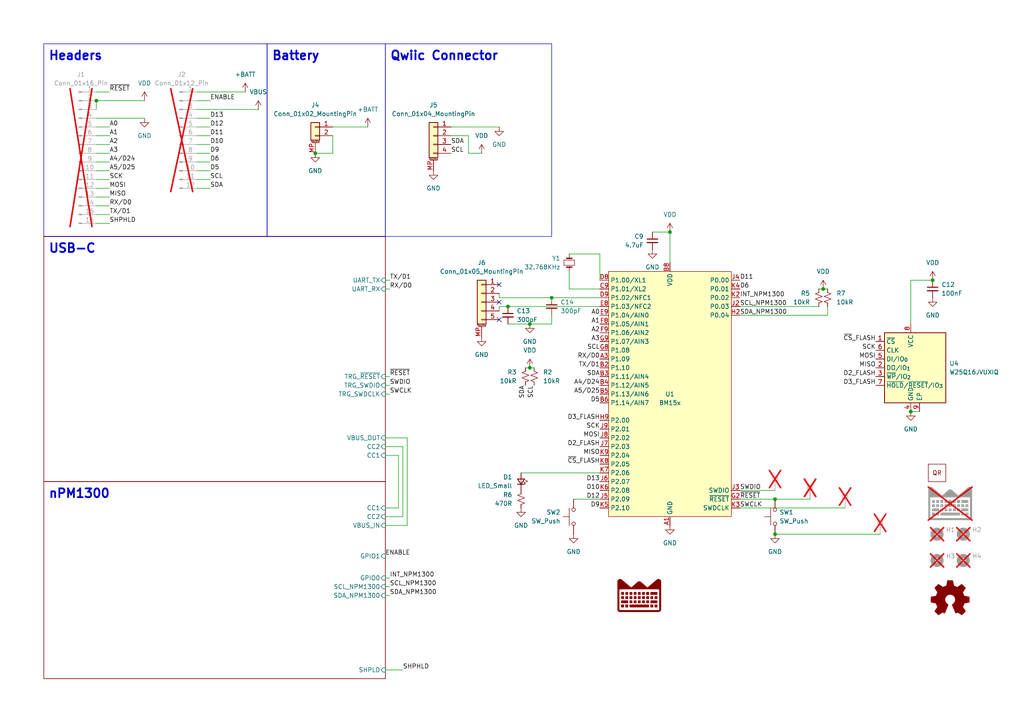
<source format=kicad_sch>
(kicad_sch (version 20250114) (generator "eeschema") (generator_version "9.0")
  (paper "A4")
  (title_block (title "RoyalBlue - nRF54L15") (date "2025-01-25") (rev "0.0.1") (company "Lord's Boards"))
  (lib_symbols
    (symbol "Connector:Conn_01x12_Pin" (pin_names (offset 1.016) (hide yes))
      (property "Reference" "J" (at 0 15.24 0))
      (property "Value" "Conn_01x12_Pin" (at 0 -17.78 0))
      (symbol "Conn_01x12_Pin_1_1"
        (pin passive line (at 5.08 12.7 180) (length 3.81) (name "Pin_1") (number "1"))
        (pin passive line (at 5.08 10.16 180) (length 3.81) (name "Pin_2") (number "2"))
        (pin passive line (at 5.08 7.62 180) (length 3.81) (name "Pin_3") (number "3"))
        (pin passive line (at 5.08 5.08 180) (length 3.81) (name "Pin_4") (number "4"))
        (pin passive line (at 5.08 2.54 180) (length 3.81) (name "Pin_5") (number "5"))
        (pin passive line (at 5.08 0 180) (length 3.81) (name "Pin_6") (number "6"))
        (pin passive line (at 5.08 -2.54 180) (length 3.81) (name "Pin_7") (number "7"))
        (pin passive line (at 5.08 -5.08 180) (length 3.81) (name "Pin_8") (number "8"))
        (pin passive line (at 5.08 -7.62 180) (length 3.81) (name "Pin_9") (number "9"))
        (pin passive line (at 5.08 -10.16 180) (length 3.81) (name "Pin_10") (number "10"))
        (pin passive line (at 5.08 -12.7 180) (length 3.81) (name "Pin_11") (number "11"))
        (pin passive line (at 5.08 -15.24 180) (length 3.81) (name "Pin_12") (number "12"))
      )
    )
    (symbol "Connector:Conn_01x16_Pin" (pin_names (offset 1.016) (hide yes))
      (property "Reference" "J" (at 0 20.32 0))
      (property "Value" "Conn_01x16_Pin" (at 0 -22.86 0))
      (symbol "Conn_01x16_Pin_1_1"
        (pin passive line (at 5.08 17.78 180) (length 3.81) (name "Pin_1") (number "1"))
        (pin passive line (at 5.08 15.24 180) (length 3.81) (name "Pin_2") (number "2"))
        (pin passive line (at 5.08 12.7 180) (length 3.81) (name "Pin_3") (number "3"))
        (pin passive line (at 5.08 10.16 180) (length 3.81) (name "Pin_4") (number "4"))
        (pin passive line (at 5.08 7.62 180) (length 3.81) (name "Pin_5") (number "5"))
        (pin passive line (at 5.08 5.08 180) (length 3.81) (name "Pin_6") (number "6"))
        (pin passive line (at 5.08 2.54 180) (length 3.81) (name "Pin_7") (number "7"))
        (pin passive line (at 5.08 0 180) (length 3.81) (name "Pin_8") (number "8"))
        (pin passive line (at 5.08 -2.54 180) (length 3.81) (name "Pin_9") (number "9"))
        (pin passive line (at 5.08 -5.08 180) (length 3.81) (name "Pin_10") (number "10"))
        (pin passive line (at 5.08 -7.62 180) (length 3.81) (name "Pin_11") (number "11"))
        (pin passive line (at 5.08 -10.16 180) (length 3.81) (name "Pin_12") (number "12"))
        (pin passive line (at 5.08 -12.7 180) (length 3.81) (name "Pin_13") (number "13"))
        (pin passive line (at 5.08 -15.24 180) (length 3.81) (name "Pin_14") (number "14"))
        (pin passive line (at 5.08 -17.78 180) (length 3.81) (name "Pin_15") (number "15"))
        (pin passive line (at 5.08 -20.32 180) (length 3.81) (name "Pin_16") (number "16"))
      )
    )
    (symbol "Connector:TestPoint" (pin_numbers (hide yes)) (pin_names (offset 0.762) (hide yes))
      (property "Reference" "TP" (at 0 6.858 0))
      (property "Value" "TestPoint" (at 0 5.08 0))
      (symbol "TestPoint_1_1"
        (pin passive line (at 0 0 90) (length 2.54) (name "1") (number "1"))
      )
    )
    (symbol "Connector_Generic_MountingPin:Conn_01x02_MountingPin" (pin_names (offset 1.016) (hide yes))
      (property "Reference" "J" (at 0 2.54 0))
      (property "Value" "Conn_01x02_MountingPin" (at 1.27 -5.08 0))
      (symbol "Conn_01x02_MountingPin_1_1"
        (text "Mounting" (at 0 -4.191 0) (effects (font (size 0.381 0.381))))
        (pin passive line (at -5.08 0 0) (length 3.81) (name "Pin_1") (number "1"))
        (pin passive line (at -5.08 -2.54 0) (length 3.81) (name "Pin_2") (number "2"))
        (pin passive line (at 0 -7.62 90) (length 3.048) (name "MountPin") (number "MP"))
      )
    )
    (symbol "Connector_Generic_MountingPin:Conn_01x04_MountingPin" (pin_names (offset 1.016) (hide yes))
      (property "Reference" "J" (at 0 5.08 0))
      (property "Value" "Conn_01x04_MountingPin" (at 1.27 -7.62 0))
      (symbol "Conn_01x04_MountingPin_1_1"
        (text "Mounting" (at 0 -6.731 0) (effects (font (size 0.381 0.381))))
        (pin passive line (at -5.08 2.54 0) (length 3.81) (name "Pin_1") (number "1"))
        (pin passive line (at -5.08 0 0) (length 3.81) (name "Pin_2") (number "2"))
        (pin passive line (at -5.08 -2.54 0) (length 3.81) (name "Pin_3") (number "3"))
        (pin passive line (at -5.08 -5.08 0) (length 3.81) (name "Pin_4") (number "4"))
        (pin passive line (at 0 -10.16 90) (length 3.048) (name "MountPin") (number "MP"))
      )
    )
    (symbol "Connector_Generic_MountingPin:Conn_01x05_MountingPin" (pin_names (offset 1.016) (hide yes))
      (property "Reference" "J" (at 0 7.62 0))
      (property "Value" "Conn_01x05_MountingPin" (at 1.27 -7.62 0))
      (symbol "Conn_01x05_MountingPin_1_1"
        (text "Mounting" (at 0 -6.731 0) (effects (font (size 0.381 0.381))))
        (pin passive line (at -5.08 5.08 0) (length 3.81) (name "Pin_1") (number "1"))
        (pin passive line (at -5.08 2.54 0) (length 3.81) (name "Pin_2") (number "2"))
        (pin passive line (at -5.08 0 0) (length 3.81) (name "Pin_3") (number "3"))
        (pin passive line (at -5.08 -2.54 0) (length 3.81) (name "Pin_4") (number "4"))
        (pin passive line (at -5.08 -5.08 0) (length 3.81) (name "Pin_5") (number "5"))
        (pin passive line (at 0 -10.16 90) (length 3.048) (name "MountPin") (number "MP"))
      )
    )
    (symbol "Device:C_Small" (pin_numbers (hide yes)) (pin_names (offset 0.254) (hide yes))
      (property "Reference" "C" (at 0.254 1.778 0))
      (property "Value" "C_Small" (at 0.254 -2.032 0))
      (symbol "C_Small_1_1"
        (pin passive line (at 0 2.54 270) (length 2.032) (name "~") (number "1"))
        (pin passive line (at 0 -2.54 90) (length 2.032) (name "~") (number "2"))
      )
    )
    (symbol "Device:Crystal_Small" (pin_numbers (hide yes)) (pin_names (offset 1.016) (hide yes))
      (property "Reference" "Y" (at 0 2.54 0))
      (property "Value" "Crystal_Small" (at 0 -2.54 0))
      (symbol "Crystal_Small_1_1"
        (pin passive line (at -2.54 0 0) (length 1.27) (name "1") (number "1"))
        (pin passive line (at 2.54 0 180) (length 1.27) (name "2") (number "2"))
      )
    )
    (symbol "Device:LED_Small" (pin_numbers (hide yes)) (pin_names (offset 0.254) (hide yes))
      (property "Reference" "D" (at -1.27 3.175 0))
      (property "Value" "LED_Small" (at -4.445 -2.54 0))
      (symbol "LED_Small_1_1"
        (pin passive line (at -2.54 0 0) (length 1.778) (name "K") (number "1"))
        (pin passive line (at 2.54 0 180) (length 1.778) (name "A") (number "2"))
      )
    )
    (symbol "Device:R_Small_US" (pin_numbers (hide yes)) (pin_names (offset 0.254) (hide yes))
      (property "Reference" "R" (at 0.762 0.508 0))
      (property "Value" "R_Small_US" (at 0.762 -1.016 0))
      (symbol "R_Small_US_1_1"
        (pin passive line (at 0 2.54 270) (length 1.016) (name "~") (number "1"))
        (pin passive line (at 0 -2.54 90) (length 1.016) (name "~") (number "2"))
      )
    )
    (symbol "Graphic:Logo_Open_Hardware_Small" (in_bom no) (on_board no))
    (symbol "LordsBoards-Graphic:LordsBoardsLogo" (in_bom no) (on_board no))
    (symbol "LordsBoards-Graphic:QRCode" (exclude_from_sim yes) (in_bom no)
      (symbol "QRCode_1_1"
        (text "QR" (at 0 0 0) (effects (font (size 1.27 1.27))))
      )
    )
    (symbol "Mechanical:MountingHole" (pin_names (offset 1.016))
      (property "Reference" "H" (at 0 5.08 0))
      (property "Value" "MountingHole" (at 0 3.175 0))
    )
    (symbol "Memory_Flash:W25Q32JVZP"
      (property "Reference" "U" (at -6.35 11.43 0))
      (property "Value" "W25Q32JVZP" (at 7.62 11.43 0))
      (symbol "W25Q32JVZP_1_1"
        (pin input line (at -10.16 7.62 0) (length 2.54) (name "~{CS}") (number "1"))
        (pin input line (at -10.16 5.08 0) (length 2.54) (name "CLK") (number "6"))
        (pin bidirectional line (at -10.16 2.54 0) (length 2.54) (name "DI/IO_{0}") (number "5"))
        (pin bidirectional line (at -10.16 0 0) (length 2.54) (name "DO/IO_{1}") (number "2"))
        (pin bidirectional line (at -10.16 -2.54 0) (length 2.54) (name "~{WP}/IO_{2}") (number "3"))
        (pin bidirectional line (at -10.16 -5.08 0) (length 2.54) (name "~{HOLD}/~{RESET}/IO_{3}") (number "7"))
        (pin power_in line (at 0 12.7 270) (length 2.54) (name "VCC") (number "8"))
        (pin power_in line (at 0 -12.7 90) (length 2.54) (name "GND") (number "4"))
        (pin passive line (at 2.54 -12.7 90) (length 2.54) (name "EP") (number "9"))
      )
    )
    (symbol "Switch:SW_Push" (pin_numbers (hide yes)) (pin_names (offset 1.016) (hide yes))
      (property "Reference" "SW" (at 1.27 2.54 0))
      (property "Value" "SW_Push" (at 0 -1.524 0))
      (symbol "SW_Push_0_1"
        (pin passive line (at -5.08 0 0) (length 2.54) (name "1") (number "1"))
        (pin passive line (at 5.08 0 180) (length 2.54) (name "2") (number "2"))
      )
    )
    (symbol "nordic-lib-kicad-nrf54-modules:BM15x"
      (property "Reference" "U" (at 0 0 0))
      (property "Value" "BM15x" (at 0 -2.54 0))
      (symbol "BM15x_0_0"
        (pin bidirectional line (at -20.32 33.02 0) (length 2.54) (name "P1.00/XL1") (number "D8"))
        (pin bidirectional line (at -20.32 30.48 0) (length 2.54) (name "P1.01/XL2") (number "C9"))
        (pin bidirectional line (at -20.32 27.94 0) (length 2.54) (name "P1.02/NFC1") (number "D9"))
        (pin bidirectional line (at -20.32 25.4 0) (length 2.54) (name "P1.03/NFC2") (number "E8"))
        (pin bidirectional line (at -20.32 22.86 0) (length 2.54) (name "P1.04/AIN0") (number "E9"))
        (pin bidirectional line (at -20.32 20.32 0) (length 2.54) (name "P1.05/AIN1") (number "F8"))
        (pin bidirectional line (at -20.32 17.78 0) (length 2.54) (name "P1.06/AIN2") (number "F9"))
        (pin bidirectional line (at -20.32 15.24 0) (length 2.54) (name "P1.07/AIN3") (number "G9"))
        (pin bidirectional line (at -20.32 12.7 0) (length 2.54) (name "P1.08") (number "G8"))
        (pin bidirectional line (at -20.32 10.16 0) (length 2.54) (name "P1.09") (number "A3"))
        (pin bidirectional line (at -20.32 7.62 0) (length 2.54) (name "P1.10") (number "B2"))
        (pin bidirectional line (at -20.32 5.08 0) (length 2.54) (name "P1.11/AIN4") (number "B3"))
        (pin bidirectional line (at -20.32 2.54 0) (length 2.54) (name "P1.12/AIN5") (number "B4"))
        (pin bidirectional line (at -20.32 0 0) (length 2.54) (name "P1.13/AIN6") (number "B5"))
        (pin bidirectional line (at -20.32 -2.54 0) (length 2.54) (name "P1.14/AIN7") (number "B6"))
        (pin bidirectional line (at -20.32 -7.62 0) (length 2.54) (name "P2.00") (number "H9"))
        (pin bidirectional line (at -20.32 -10.16 0) (length 2.54) (name "P2.01") (number "J9"))
        (pin bidirectional line (at -20.32 -12.7 0) (length 2.54) (name "P2.02") (number "J8"))
        (pin bidirectional line (at -20.32 -15.24 0) (length 2.54) (name "P2.03") (number "J7"))
        (pin bidirectional line (at -20.32 -17.78 0) (length 2.54) (name "P2.04") (number "K9"))
        (pin bidirectional line (at -20.32 -20.32 0) (length 2.54) (name "P2.05") (number "K8"))
        (pin bidirectional line (at -20.32 -22.86 0) (length 2.54) (name "P2.06") (number "K7"))
        (pin bidirectional line (at -20.32 -25.4 0) (length 2.54) (name "P2.07") (number "J6"))
        (pin bidirectional line (at -20.32 -27.94 0) (length 2.54) (name "P2.08") (number "K6"))
        (pin bidirectional line (at -20.32 -30.48 0) (length 2.54) (name "P2.09") (number "J5"))
        (pin bidirectional line (at -20.32 -33.02 0) (length 2.54) (name "P2.10") (number "K5"))
        (pin passive line (at 0 38.1 270) (length 2.54) (hide yes) (name "VDD") (number "C8"))
        (pin passive line (at 0 -38.1 90) (length 2.54) (hide yes) (name "GND") (number "A9"))
        (pin passive line (at 0 -38.1 90) (length 2.54) (hide yes) (name "GND") (number "B1"))
        (pin passive line (at 0 -38.1 90) (length 2.54) (hide yes) (name "GND") (number "B7"))
        (pin passive line (at 0 -38.1 90) (length 2.54) (hide yes) (name "GND") (number "B9"))
        (pin passive line (at 0 -38.1 90) (length 2.54) (hide yes) (name "GND") (number "D1"))
        (pin passive line (at 0 -38.1 90) (length 2.54) (hide yes) (name "GND") (number "E1"))
        (pin passive line (at 0 -38.1 90) (length 2.54) (hide yes) (name "GND") (number "F1"))
        (pin passive line (at 0 -38.1 90) (length 2.54) (hide yes) (name "GND") (number "H8"))
        (pin bidirectional line (at 20.32 33.02 180) (length 2.54) (name "P0.00") (number "J4"))
        (pin bidirectional line (at 20.32 30.48 180) (length 2.54) (name "P0.01") (number "K4"))
        (pin bidirectional line (at 20.32 27.94 180) (length 2.54) (name "P0.02") (number "K2"))
        (pin bidirectional line (at 20.32 25.4 180) (length 2.54) (name "P0.03") (number "J2"))
        (pin bidirectional line (at 20.32 22.86 180) (length 2.54) (name "P0.04") (number "H2"))
        (pin bidirectional line (at 20.32 -27.94 180) (length 2.54) (name "SWDIO") (number "J3"))
        (pin input line (at 20.32 -30.48 180) (length 2.54) (name "~{RESET}") (number "G2"))
        (pin input line (at 20.32 -33.02 180) (length 2.54) (name "SWDCLK") (number "K3"))
      )
      (symbol "BM15x_1_0"
        (pin power_in line (at 0 38.1 270) (length 2.54) (name "VDD") (number "B8"))
        (pin power_in line (at 0 -38.1 90) (length 2.54) (name "GND") (number "A1"))
      )
    )
    (symbol "power:+BATT" (power) (pin_numbers (hide yes)) (pin_names (offset 0) (hide yes))
      (property "Value" "+BATT" (at 0 3.556 0))
      (symbol "+BATT_1_1"
        (pin power_in line (at 0 0 90) (length 0) (name "~") (number "1"))
      )
    )
    (symbol "power:GND" (power) (pin_numbers (hide yes)) (pin_names (offset 0) (hide yes))
      (property "Value" "GND" (at 0 -3.81 0))
      (symbol "GND_1_1"
        (pin power_in line (at 0 0 270) (length 0) (name "~") (number "1"))
      )
    )
    (symbol "power:VBUS" (power) (pin_numbers (hide yes)) (pin_names (offset 0) (hide yes))
      (property "Value" "VBUS" (at 0 3.556 0))
      (symbol "VBUS_1_1"
        (pin power_in line (at 0 0 90) (length 0) (name "~") (number "1"))
      )
    )
    (symbol "power:VDD" (power) (pin_numbers (hide yes)) (pin_names (offset 0) (hide yes))
      (property "Value" "VDD" (at 0 3.556 0))
      (symbol "VDD_1_1"
        (pin power_in line (at 0 0 90) (length 0) (name "~") (number "1"))
      )
    )
  )
  (rectangle (start 111.76 12.7) (end 160.02 68.58))
  (rectangle (start 12.7 12.7) (end 77.47 68.58))
  (rectangle (start 77.47 12.7) (end 111.76 68.58))
  (text "Headers" (at 13.97 17.78 0) (effects (font (size 2.54 2.54) (thickness 0.508) (bold yes)) (justify left bottom)))
  (text "Qwiic Connector" (at 113.03 17.78 0) (effects (font (size 2.54 2.54) (thickness 0.508) (bold yes)) (justify left bottom)))
  (text "USB-C" (at 13.97 73.66 0) (effects (font (size 2.54 2.54) (thickness 0.508) (bold yes)) (justify left bottom)))
  (text "Battery" (at 78.74 17.78 0) (effects (font (size 2.54 2.54) (thickness 0.508) (bold yes)) (justify left bottom)))
  (text "nPM1300" (at 13.97 144.78 0) (effects (font (size 2.54 2.54) (thickness 0.508) (bold yes)) (justify left bottom)))
  (junction (at 160.02 86.36))
  (junction (at 238.76 83.82))
  (junction (at 153.67 106.68))
  (junction (at 270.51 81.28))
  (junction (at 147.32 88.9))
  (junction (at 153.67 93.98))
  (junction (at 264.16 119.38))
  (junction (at 194.31 67.31))
  (junction (at 27.94 29.21))
  (junction (at 224.79 154.94))
  (junction (at 224.79 144.78))
  (junction (at 91.44 44.45))
  (no_connect (at 144.78 82.55))
  (no_connect (at 144.78 92.71))
  (no_connect (at 144.78 87.63))
  (wire (pts (xy 224.79 154.94) (xy 255.27 154.94)))
  (wire (pts (xy 270.51 81.28) (xy 264.16 81.28)))
  (wire (pts (xy 237.49 83.82) (xy 238.76 83.82)))
  (wire (pts (xy 224.79 144.78) (xy 234.95 144.78)))
  (wire (pts (xy 60.96 54.61) (xy 57.15 54.61)))
  (wire (pts (xy 113.03 111.76) (xy 111.76 111.76)))
  (wire (pts (xy 31.75 49.53) (xy 27.94 49.53)))
  (wire (pts (xy 27.94 29.21) (xy 41.91 29.21)))
  (wire (pts (xy 60.96 34.29) (xy 57.15 34.29)))
  (wire (pts (xy 57.15 31.75) (xy 74.93 31.75)))
  (wire (pts (xy 31.75 59.69) (xy 27.94 59.69)))
  (wire (pts (xy 31.75 41.91) (xy 27.94 41.91)))
  (wire (pts (xy 214.63 147.32) (xy 245.11 147.32)))
  (wire (pts (xy 60.96 52.07) (xy 57.15 52.07)))
  (wire (pts (xy 160.02 86.36) (xy 173.99 86.36)))
  (wire (pts (xy 173.99 73.66) (xy 173.99 81.28)))
  (wire (pts (xy 214.63 91.44) (xy 240.03 91.44)))
  (wire (pts (xy 113.03 114.3) (xy 111.76 114.3)))
  (wire (pts (xy 214.63 88.9) (xy 237.49 88.9)))
  (wire (pts (xy 166.37 144.78) (xy 173.99 144.78)))
  (wire (pts (xy 189.23 67.31) (xy 194.31 67.31)))
  (wire (pts (xy 31.75 62.23) (xy 27.94 62.23)))
  (wire (pts (xy 31.75 57.15) (xy 27.94 57.15)))
  (wire (pts (xy 27.94 34.29) (xy 41.91 34.29)))
  (wire (pts (xy 153.67 106.68) (xy 154.94 106.68)))
  (wire (pts (xy 153.67 93.98) (xy 147.32 93.98)))
  (wire (pts (xy 111.76 167.64) (xy 113.03 167.64)))
  (wire (pts (xy 31.75 52.07) (xy 27.94 52.07)))
  (wire (pts (xy 194.31 67.31) (xy 194.31 76.2)))
  (wire (pts (xy 240.03 91.44) (xy 240.03 88.9)))
  (wire (pts (xy 31.75 36.83) (xy 27.94 36.83)))
  (wire (pts (xy 111.76 132.08) (xy 115.57 132.08)))
  (wire (pts (xy 60.96 46.99) (xy 57.15 46.99)))
  (wire (pts (xy 144.78 88.9) (xy 144.78 90.17)))
  (wire (pts (xy 96.52 39.37) (xy 96.52 44.45)))
  (wire (pts (xy 130.81 39.37) (xy 135.89 39.37)))
  (wire (pts (xy 27.94 29.21) (xy 27.94 31.75)))
  (wire (pts (xy 96.52 44.45) (xy 91.44 44.45)))
  (wire (pts (xy 113.03 83.82) (xy 111.76 83.82)))
  (wire (pts (xy 60.96 36.83) (xy 57.15 36.83)))
  (wire (pts (xy 115.57 132.08) (xy 115.57 147.32)))
  (wire (pts (xy 116.84 129.54) (xy 111.76 129.54)))
  (wire (pts (xy 111.76 170.18) (xy 113.03 170.18)))
  (wire (pts (xy 111.76 194.31) (xy 116.84 194.31)))
  (wire (pts (xy 111.76 127) (xy 118.11 127)))
  (wire (pts (xy 60.96 29.21) (xy 57.15 29.21)))
  (wire (pts (xy 165.1 83.82) (xy 173.99 83.82)))
  (wire (pts (xy 57.15 26.67) (xy 71.12 26.67)))
  (wire (pts (xy 264.16 81.28) (xy 264.16 93.98)))
  (wire (pts (xy 111.76 172.72) (xy 113.03 172.72)))
  (wire (pts (xy 31.75 44.45) (xy 27.94 44.45)))
  (wire (pts (xy 118.11 127) (xy 118.11 152.4)))
  (wire (pts (xy 130.81 36.83) (xy 144.78 36.83)))
  (wire (pts (xy 147.32 88.9) (xy 173.99 88.9)))
  (wire (pts (xy 31.75 54.61) (xy 27.94 54.61)))
  (wire (pts (xy 214.63 144.78) (xy 224.79 144.78)))
  (wire (pts (xy 60.96 41.91) (xy 57.15 41.91)))
  (wire (pts (xy 160.02 91.44) (xy 160.02 93.98)))
  (wire (pts (xy 115.57 147.32) (xy 111.76 147.32)))
  (wire (pts (xy 214.63 142.24) (xy 224.79 142.24)))
  (wire (pts (xy 118.11 152.4) (xy 111.76 152.4)))
  (wire (pts (xy 147.32 88.9) (xy 144.78 88.9)))
  (wire (pts (xy 173.99 73.66) (xy 165.1 73.66)))
  (wire (pts (xy 152.4 106.68) (xy 153.67 106.68)))
  (wire (pts (xy 31.75 26.67) (xy 27.94 26.67)))
  (wire (pts (xy 160.02 93.98) (xy 153.67 93.98)))
  (wire (pts (xy 165.1 78.74) (xy 165.1 83.82)))
  (wire (pts (xy 31.75 46.99) (xy 27.94 46.99)))
  (wire (pts (xy 111.76 149.86) (xy 116.84 149.86)))
  (wire (pts (xy 139.7 44.45) (xy 135.89 44.45)))
  (wire (pts (xy 135.89 44.45) (xy 135.89 39.37)))
  (wire (pts (xy 60.96 39.37) (xy 57.15 39.37)))
  (wire (pts (xy 60.96 44.45) (xy 57.15 44.45)))
  (wire (pts (xy 113.03 81.28) (xy 111.76 81.28)))
  (wire (pts (xy 151.13 137.16) (xy 173.99 137.16)))
  (wire (pts (xy 113.03 109.22) (xy 111.76 109.22)))
  (wire (pts (xy 144.78 85.09) (xy 144.78 86.36)))
  (wire (pts (xy 116.84 149.86) (xy 116.84 129.54)))
  (wire (pts (xy 96.52 36.83) (xy 106.68 36.83)))
  (wire (pts (xy 238.76 83.82) (xy 240.03 83.82)))
  (wire (pts (xy 144.78 86.36) (xy 160.02 86.36)))
  (wire (pts (xy 60.96 49.53) (xy 57.15 49.53)))
  (wire (pts (xy 31.75 39.37) (xy 27.94 39.37)))
  (wire (pts (xy 31.75 64.77) (xy 27.94 64.77)))
  (wire (pts (xy 264.16 119.38) (xy 266.7 119.38)))
  (label "D6" (at 60.96 46.99 0))
  (label "SCL_NPM1300" (at 113.03 170.18 0))
  (label "D9" (at 173.99 147.32 180))
  (label "TX{slash}D1" (at 31.75 62.23 0))
  (label "D6" (at 214.63 83.82 0))
  (label "INT_NPM1300" (at 113.03 167.64 0))
  (label "SCK" (at 31.75 52.07 0))
  (label "~{RESET}" (at 31.75 26.67 0))
  (label "SHPHLD" (at 116.84 194.31 0))
  (label "A2" (at 173.99 96.52 180))
  (label "A1" (at 173.99 93.98 180))
  (label "SHPHLD" (at 31.75 64.77 0))
  (label "SCL_NPM1300" (at 214.63 88.9 0))
  (label "A2" (at 31.75 41.91 0))
  (label "MISO" (at 31.75 57.15 0))
  (label "SWDIO" (at 113.03 111.76 0))
  (label "A3" (at 31.75 44.45 0))
  (label "A5{slash}D25" (at 173.99 114.3 180))
  (label "~{RESET}" (at 113.03 109.22 0))
  (label "D11" (at 214.63 81.28 0))
  (label "D12" (at 60.96 36.83 0))
  (label "A3" (at 173.99 99.06 180))
  (label "D2_FLASH" (at 173.99 129.54 180))
  (label "ENABLE" (at 111.76 161.29 0))
  (label "SDA" (at 173.99 109.22 180))
  (label "A1" (at 31.75 39.37 0))
  (label "D3_FLASH" (at 254 111.76 180))
  (label "SCL" (at 130.81 44.45 0))
  (label "~{RESET}" (at 214.63 144.78 0))
  (label "D10" (at 173.99 142.24 180))
  (label "A4{slash}D24" (at 31.75 46.99 0))
  (label "A5{slash}D25" (at 31.75 49.53 0))
  (label "D5" (at 173.99 116.84 180))
  (label "RX{slash}D0" (at 173.99 104.14 180))
  (label "D3_FLASH" (at 173.99 121.92 180))
  (label "MOSI" (at 254 104.14 180))
  (label "SDA_NPM1300" (at 214.63 91.44 0))
  (label "SDA" (at 152.4 111.76 270))
  (label "D13" (at 173.99 139.7 180))
  (label "SCL" (at 60.96 52.07 0))
  (label "INT_NPM1300" (at 214.63 86.36 0))
  (label "MISO" (at 254 106.68 180))
  (label "SWCLK" (at 113.03 114.3 0))
  (label "A0" (at 173.99 91.44 180))
  (label "MISO" (at 173.99 132.08 180))
  (label "A4{slash}D24" (at 173.99 111.76 180))
  (label "TX{slash}D1" (at 173.99 106.68 180))
  (label "D2_FLASH" (at 254 109.22 180))
  (label "SDA" (at 60.96 54.61 0))
  (label "SWDIO" (at 214.63 142.24 0))
  (label "SWCLK" (at 214.63 147.32 0))
  (label "SDA_NPM1300" (at 113.03 172.72 0))
  (label "D10" (at 60.96 41.91 0))
  (label "D9" (at 60.96 44.45 0))
  (label "SDA" (at 130.81 41.91 0))
  (label "TX{slash}D1" (at 113.03 81.28 0))
  (label "D11" (at 60.96 39.37 0))
  (label "RX{slash}D0" (at 113.03 83.82 0))
  (label "A0" (at 31.75 36.83 0))
  (label "~{CS}_FLASH" (at 173.99 134.62 180))
  (label "MOSI" (at 31.75 54.61 0))
  (label "D12" (at 173.99 144.78 180))
  (label "MOSI" (at 173.99 127 180))
  (label "SCK" (at 254 101.6 180))
  (label "SCK" (at 173.99 124.46 180))
  (label "ENABLE" (at 60.96 29.21 0))
  (label "D13" (at 60.96 34.29 0))
  (label "SCL" (at 154.94 111.76 270))
  (label "RX{slash}D0" (at 31.75 59.69 0))
  (label "D5" (at 60.96 49.53 0))
  (label "SCL" (at 173.99 101.6 180))
  (label "~{CS}_FLASH" (at 254 99.06 180))
  (symbol (lib_id "Mechanical:MountingHole") (at 279.4 154.94 0) (unit 1) (exclude_from_sim yes) (in_bom no) (dnp yes)
    (property "Reference" "H2" (at 281.94 153.67 0) (effects (justify left)))
    (property "Value" "MountingHole" (effects (hide yes)))
    (property "Footprint" "MountingHole:MountingHole_2.5mm" (effects (hide yes)))
  )
  (symbol (lib_id "power:+BATT") (at 106.68 36.83 0) (unit 1)
    (property "Reference" "#PWR06" (effects (hide yes)))
    (property "Value" "+BATT" (at 106.68 31.75 0))
    (property "Description" "Power symbol creates a global label with name \"+BATT\"" (effects (hide yes)))
  )
  (symbol (lib_id "power:GND") (at 151.13 147.32 0) (mirror y) (unit 1)
    (property "Reference" "#PWR045" (effects (hide yes)))
    (property "Value" "GND" (at 151.13 152.4 0))
    (property "Description" "Power symbol creates a global label with name \"GND\" , ground" (effects (hide yes)))
  )
  (symbol (lib_id "Device:LED_Small") (at 151.13 139.7 270) (mirror x) (unit 1)
    (property "Reference" "D1" (at 148.59 138.3664 90) (effects (justify right)))
    (property "Value" "LED_Small" (at 148.59 140.9064 90) (effects (justify right)))
    (property "Footprint" "LED_SMD:LED_0603_1608Metric" (effects (hide yes)))
    (property "Description" "Light emitting diode, small symbol" (effects (hide yes)))
    (property "LCSC" "C125103" (effects (hide yes)))
    (property "Sim.Pin" "1=K 2=A" (effects (hide yes)))
  )
  (symbol (lib_id "Graphic:Logo_Open_Hardware_Small") (at 275.59 173.99 0) (unit 1) (in_bom no) (on_board no)
    (property "Reference" "#SYM1" (effects (hide yes)))
    (property "Value" "Logo_Open_Hardware_Small" (effects (hide yes)))
  )
  (symbol (lib_id "Memory_Flash:W25Q32JVZP") (at 264.16 106.68 0) (unit 1)
    (property "Reference" "U4" (at 275.336 105.41 0) (effects (justify left)))
    (property "Value" "W25Q16JVUXIQ" (at 275.336 107.95 0) (effects (justify left)))
    (property "Footprint" "Package_SON:Winbond_USON-8-1EP_3x2mm_P0.5mm_EP0.2x1.6mm" (effects (hide yes)))
    (property "Datasheet" "http://www.winbond.com/resource-files/w25q32jv%20revg%2003272018%20plus.pdf" (effects (hide yes)))
    (property "Description" "32Mbit / 4MiB Serial Flash Memory, Standard/Dual/Quad SPI, 2.7-3.6V, WSON-8" (effects (hide yes)))
    (property "LCSC" "C2843335" (effects (hide yes)))
  )
  (symbol (lib_id "power:GND") (at 125.73 49.53 0) (unit 1)
    (property "Reference" "#PWR05" (effects (hide yes)))
    (property "Value" "GND" (at 125.73 54.61 0))
    (property "Description" "Power symbol creates a global label with name \"GND\" , ground" (effects (hide yes)))
  )
  (symbol (lib_id "Device:R_Small_US") (at 237.49 86.36 0) (mirror y) (unit 1)
    (property "Reference" "R5" (at 234.95 85.0899 0) (effects (justify left)))
    (property "Value" "10kR" (at 234.95 87.6299 0) (effects (justify left)))
    (property "Footprint" "Resistor_SMD:R_0402_1005Metric" (effects (hide yes)))
    (property "Description" "Resistor, small US symbol" (effects (hide yes)))
    (property "LCSC" "C25744" (effects (hide yes)))
  )
  (symbol (lib_id "Mechanical:MountingHole") (at 279.4 162.56 0) (unit 1) (exclude_from_sim yes) (in_bom no) (dnp yes)
    (property "Reference" "H4" (at 281.94 161.29 0) (effects (justify left)))
    (property "Value" "MountingHole" (effects (hide yes)))
    (property "Footprint" "MountingHole:MountingHole_2.5mm" (effects (hide yes)))
  )
  (symbol (lib_id "power:GND") (at 224.79 154.94 0) (unit 1)
    (property "Reference" "#PWR010" (effects (hide yes)))
    (property "Value" "GND" (at 224.79 160.02 0))
    (property "Description" "Power symbol creates a global label with name \"GND\" , ground" (effects (hide yes)))
  )
  (symbol (lib_id "Device:Crystal_Small") (at 165.1 76.2 90) (unit 1)
    (property "Reference" "Y1" (at 162.56 74.9299 90) (effects (justify left)))
    (property "Value" "32.768KHz" (at 162.56 77.4699 90) (effects (justify left)))
    (property "Footprint" "Crystal:Crystal_SMD_3215-2Pin_3.2x1.5mm" (effects (hide yes)))
    (property "Description" "Two pin crystal, small symbol" (effects (hide yes)))
    (property "LCSC" "C32346" (effects (hide yes)))
  )
  (symbol (lib_id "power:GND") (at 144.78 36.83 0) (unit 1)
    (property "Reference" "#PWR02" (effects (hide yes)))
    (property "Value" "GND" (at 144.78 41.91 0))
    (property "Description" "Power symbol creates a global label with name \"GND\" , ground" (effects (hide yes)))
  )
  (symbol (lib_id "Device:R_Small_US") (at 152.4 109.22 0) (mirror y) (unit 1)
    (property "Reference" "R3" (at 149.86 107.9499 0) (effects (justify left)))
    (property "Value" "10kR" (at 149.86 110.4899 0) (effects (justify left)))
    (property "Footprint" "Resistor_SMD:R_0402_1005Metric" (effects (hide yes)))
    (property "Description" "Resistor, small US symbol" (effects (hide yes)))
    (property "LCSC" "C25744" (effects (hide yes)))
  )
  (symbol (lib_id "nordic-lib-kicad-nrf54-modules:BM15x") (at 194.31 114.3 0) (unit 1)
    (property "Reference" "U1" (at 194.31 114.3 0))
    (property "Value" "BM15x" (at 194.31 116.84 0))
    (property "Footprint" "nordic-lib-kicad-nrf54-modules:BM15x-LGA-45_15.8x10mm" (effects (hide yes)))
    (property "Datasheet" "https://static1.squarespace.com/static/561459a2e4b0b39f5cefa12e/t/66c3d7591cc204465c3f6e4f/1724110684125/BM15C+Product+Specifications.pdf" (effects (hide yes)))
    (property "LCSC" "C9900148376" (effects (hide yes)))
  )
  (symbol (lib_id "Connector_Generic_MountingPin:Conn_01x05_MountingPin") (at 139.7 87.63 0) (mirror y) (unit 1)
    (property "Reference" "J6" (at 139.7 76.2 0))
    (property "Value" "Conn_01x05_MountingPin" (at 139.7 78.74 0))
    (property "Footprint" "RoyalBlue-nRF54L15-Connector_FFC-FPC:CONN-SMD_5P-P0.50_HCTL_HC-FPC-05-09-5RLTAG" (effects (hide yes)))
    (property "Description" "Generic connectable mounting pin connector, single row, 01x05, script generated (kicad-library-utils/schlib/autogen/connector/)" (effects (hide yes)))
  )
  (symbol (lib_id "Device:R_Small_US") (at 240.03 86.36 0) (unit 1)
    (property "Reference" "R7" (at 242.57 85.0899 0) (effects (justify left)))
    (property "Value" "10kR" (at 242.57 87.6299 0) (effects (justify left)))
    (property "Footprint" "Resistor_SMD:R_0402_1005Metric" (effects (hide yes)))
    (property "Description" "Resistor, small US symbol" (effects (hide yes)))
    (property "LCSC" "C25744" (effects (hide yes)))
  )
  (symbol (lib_id "power:VDD") (at 194.31 67.31 0) (unit 1)
    (property "Reference" "#PWR043" (effects (hide yes)))
    (property "Value" "VDD" (at 194.31 62.23 0))
    (property "Description" "Power symbol creates a global label with name \"VDD\"" (effects (hide yes)))
  )
  (symbol (lib_id "power:GND") (at 91.44 44.45 0) (unit 1)
    (property "Reference" "#PWR04" (effects (hide yes)))
    (property "Value" "GND" (at 91.44 49.53 0))
    (property "Description" "Power symbol creates a global label with name \"GND\" , ground" (effects (hide yes)))
  )
  (symbol (lib_id "LordsBoards-Graphic:LordsBoardsLogo") (at 185.42 172.72 0) (unit 1) (in_bom no) (on_board no)
    (property "Reference" "#SYM2" (effects (hide yes)))
  )
  (symbol (lib_id "power:GND") (at 264.16 119.38 0) (unit 1)
    (property "Reference" "#PWR011" (effects (hide yes)))
    (property "Value" "GND" (at 264.16 124.46 0))
    (property "Description" "Power symbol creates a global label with name \"GND\" , ground" (effects (hide yes)))
  )
  (symbol (lib_id "power:GND") (at 194.31 152.4 0) (unit 1)
    (property "Reference" "#PWR014" (effects (hide yes)))
    (property "Value" "GND" (at 194.31 157.48 0))
    (property "Description" "Power symbol creates a global label with name \"GND\" , ground" (effects (hide yes)))
  )
  (symbol (lib_id "Device:C_Small") (at 147.32 91.44 0) (mirror y) (unit 1)
    (property "Reference" "C13" (at 149.86 90.1762 0) (effects (justify right)))
    (property "Value" "300pF" (at 149.86 92.7162 0) (effects (justify right)))
    (property "Footprint" "Capacitor_SMD:C_0402_1005Metric" (effects (hide yes)))
    (property "Description" "Unpolarized capacitor, small symbol" (effects (hide yes)))
    (property "LCSC" "C126505" (effects (hide yes)))
  )
  (symbol (lib_id "Device:R_Small_US") (at 154.94 109.22 0) (unit 1)
    (property "Reference" "R2" (at 157.48 107.9499 0) (effects (justify left)))
    (property "Value" "10kR" (at 157.48 110.4899 0) (effects (justify left)))
    (property "Footprint" "Resistor_SMD:R_0402_1005Metric" (effects (hide yes)))
    (property "Description" "Resistor, small US symbol" (effects (hide yes)))
    (property "LCSC" "C25744" (effects (hide yes)))
  )
  (symbol (lib_id "power:VBUS") (at 74.93 31.75 0) (unit 1)
    (property "Reference" "#PWR048" (effects (hide yes)))
    (property "Value" "VBUS" (at 74.93 26.67 0))
    (property "Description" "Power symbol creates a global label with name \"VBUS\"" (effects (hide yes)))
  )
  (symbol (lib_id "Mechanical:MountingHole") (at 271.78 154.94 0) (unit 1) (exclude_from_sim yes) (in_bom no) (dnp yes)
    (property "Reference" "H1" (at 274.32 153.67 0) (effects (justify left)))
    (property "Value" "MountingHole" (effects (hide yes)))
    (property "Footprint" "MountingHole:MountingHole_2.5mm" (effects (hide yes)))
  )
  (symbol (lib_id "Switch:SW_Push") (at 166.37 149.86 90) (mirror x) (unit 1)
    (property "Reference" "SW2" (at 162.56 148.5899 90) (effects (justify left)))
    (property "Value" "SW_Push" (at 162.56 151.1299 90) (effects (justify left)))
    (property "Footprint" "Button_Switch_SMD:SW_Push_1P1T_NO_Vertical_Wuerth_434133025816" (effects (hide yes)))
    (property "Description" "Push button switch, generic, two pins" (effects (hide yes)))
    (property "LCSC" "C139797" (effects (hide yes)))
  )
  (symbol (lib_id "Connector_Generic_MountingPin:Conn_01x04_MountingPin") (at 125.73 39.37 0) (mirror y) (unit 1)
    (property "Reference" "J5" (at 125.73 30.48 0))
    (property "Value" "Conn_01x04_MountingPin" (at 125.73 33.02 0))
    (property "Footprint" "Connector_JST:JST_SH_SM04B-SRSS-TB_1x04-1MP_P1.00mm_Horizontal" (effects (hide yes)))
    (property "LCSC" "C3029343" (effects (hide yes)))
  )
  (symbol (lib_id "power:+BATT") (at 71.12 26.67 0) (unit 1)
    (property "Reference" "#PWR09" (effects (hide yes)))
    (property "Value" "+BATT" (at 71.12 21.59 0))
    (property "Description" "Power symbol creates a global label with name \"+BATT\"" (effects (hide yes)))
  )
  (symbol (lib_id "Mechanical:MountingHole") (at 271.78 162.56 0) (unit 1) (exclude_from_sim yes) (in_bom no) (dnp yes)
    (property "Reference" "H3" (at 274.32 161.29 0) (effects (justify left)))
    (property "Value" "MountingHole" (effects (hide yes)))
    (property "Footprint" "MountingHole:MountingHole_2.5mm" (effects (hide yes)))
  )
  (symbol (lib_id "power:GND") (at 166.37 154.94 0) (mirror y) (unit 1)
    (property "Reference" "#PWR039" (effects (hide yes)))
    (property "Value" "GND" (at 166.37 160.02 0))
    (property "Description" "Power symbol creates a global label with name \"GND\" , ground" (effects (hide yes)))
  )
  (symbol (lib_id "power:VDD") (at 270.51 81.28 0) (unit 1)
    (property "Reference" "#PWR038" (effects (hide yes)))
    (property "Value" "VDD" (at 270.51 76.2 0))
    (property "Description" "Power symbol creates a global label with name \"VDD\"" (effects (hide yes)))
  )
  (symbol (lib_id "power:VDD") (at 139.7 44.45 0) (unit 1)
    (property "Reference" "#PWR01" (effects (hide yes)))
    (property "Value" "VDD" (at 139.7 39.37 0))
    (property "Description" "Power symbol creates a global label with name \"VDD\"" (effects (hide yes)))
  )
  (symbol (lib_id "Connector:TestPoint") (at 224.79 142.24 0) (unit 1) (in_bom no) (dnp yes)
    (property "Reference" "TP1" (effects (hide yes)))
    (property "Value" "TestPoint" (effects (hide yes)))
    (property "Footprint" "TestPoint:TestPoint_Pad_D2.0mm" (effects (hide yes)))
    (property "Description" "test point" (effects (hide yes)))
  )
  (symbol (lib_id "power:GND") (at 189.23 72.39 0) (unit 1)
    (property "Reference" "#PWR052" (effects (hide yes)))
    (property "Value" "GND" (at 189.23 77.47 0))
    (property "Description" "Power symbol creates a global label with name \"GND\" , ground" (effects (hide yes)))
  )
  (symbol (lib_id "LordsBoards-Graphic:QRCode") (at 271.78 137.16 0) (unit 1) (exclude_from_sim yes) (in_bom no)
    (property "Reference" "U7" (effects (hide yes)))
    (property "Footprint" "RoyalBlue-nRF54L15-Symbol:RoyalBlue54L_QRCode" (effects (hide yes)))
  )
  (symbol (lib_id "Connector:TestPoint") (at 234.95 144.78 0) (unit 1) (in_bom no) (dnp yes)
    (property "Reference" "TP2" (effects (hide yes)))
    (property "Value" "TestPoint" (effects (hide yes)))
    (property "Footprint" "TestPoint:TestPoint_Pad_D2.0mm" (effects (hide yes)))
    (property "Description" "test point" (effects (hide yes)))
  )
  (symbol (lib_id "Device:C_Small") (at 189.23 69.85 0) (mirror y) (unit 1)
    (property "Reference" "C9" (at 186.69 68.5862 0) (effects (justify left)))
    (property "Value" "4.7uF" (at 186.69 71.1262 0) (effects (justify left)))
    (property "Footprint" "Capacitor_SMD:C_0402_1005Metric" (effects (hide yes)))
    (property "Description" "Unpolarized capacitor, small symbol" (effects (hide yes)))
    (property "LCSC" "C23733" (effects (hide yes)))
  )
  (symbol (lib_id "power:GND") (at 41.91 34.29 0) (unit 1)
    (property "Reference" "#PWR08" (effects (hide yes)))
    (property "Value" "GND" (at 41.91 39.37 0))
    (property "Description" "Power symbol creates a global label with name \"GND\" , ground" (effects (hide yes)))
  )
  (symbol (lib_id "Connector:Conn_01x12_Pin") (at 52.07 39.37 0) (unit 1) (in_bom no) (dnp yes)
    (property "Reference" "J2" (at 52.705 21.59 0))
    (property "Value" "Conn_01x12_Pin" (at 52.705 24.13 0))
    (property "Footprint" "RoyalBlue-nRF54L15-Connector_PinHeader_2.54mm:PinHeader_1x12_P2.54mm_Vertical" (effects (hide yes)))
  )
  (symbol (lib_id "Connector:Conn_01x16_Pin") (at 22.86 44.45 0) (unit 1) (in_bom no) (dnp yes)
    (property "Reference" "J1" (at 23.495 21.59 0))
    (property "Value" "Conn_01x16_Pin" (at 23.495 24.13 0))
    (property "Footprint" "RoyalBlue-nRF54L15-Connector_PinHeader_2.54mm:PinHeader_1x16_P2.54mm_Vertical" (effects (hide yes)))
  )
  (symbol (lib_id "power:GND") (at 270.51 86.36 0) (mirror y) (unit 1)
    (property "Reference" "#PWR037" (effects (hide yes)))
    (property "Value" "GND" (at 270.51 91.44 0))
    (property "Description" "Power symbol creates a global label with name \"GND\" , ground" (effects (hide yes)))
  )
  (symbol (lib_id "power:VDD") (at 41.91 29.21 0) (unit 1)
    (property "Reference" "#PWR07" (effects (hide yes)))
    (property "Value" "VDD" (at 41.91 24.13 0))
    (property "Description" "Power symbol creates a global label with name \"VDD\"" (effects (hide yes)))
  )
  (symbol (lib_id "power:VDD") (at 238.76 83.82 0) (unit 1)
    (property "Reference" "#PWR050" (effects (hide yes)))
    (property "Value" "VDD" (at 238.76 78.74 0))
    (property "Description" "Power symbol creates a global label with name \"VDD\"" (effects (hide yes)))
  )
  (symbol (lib_id "Device:C_Small") (at 270.51 83.82 0) (mirror y) (unit 1)
    (property "Reference" "C12" (at 273.05 82.5562 0) (effects (justify right)))
    (property "Value" "100nF" (at 273.05 85.0962 0) (effects (justify right)))
    (property "Footprint" "Capacitor_SMD:C_0402_1005Metric" (effects (hide yes)))
    (property "Description" "Unpolarized capacitor, small symbol" (effects (hide yes)))
    (property "LCSC" "C307331" (effects (hide yes)))
  )
  (symbol (lib_id "LordsBoards-Graphic:LordsBoardsLogo") (at 275.59 146.05 0) (unit 1) (exclude_from_sim yes) (in_bom no) (dnp yes)
    (property "Reference" "LOGO1" (effects (hide yes)))
    (property "Footprint" "LordsBoards-Symbol:LordsBoardsLogo_Small_Silk" (effects (hide yes)))
  )
  (symbol (lib_id "Switch:SW_Push") (at 224.79 149.86 90) (unit 1)
    (property "Reference" "SW1" (at 226.06 148.5899 90) (effects (justify right)))
    (property "Value" "SW_Push" (at 226.06 151.1299 90) (effects (justify right)))
    (property "Footprint" "Button_Switch_SMD:SW_Push_1P1T_NO_Vertical_Wuerth_434133025816" (effects (hide yes)))
    (property "Description" "Push button switch, generic, two pins" (effects (hide yes)))
    (property "LCSC" "C139797" (effects (hide yes)))
  )
  (symbol (lib_id "Connector_Generic_MountingPin:Conn_01x02_MountingPin") (at 91.44 36.83 0) (mirror y) (unit 1)
    (property "Reference" "J4" (at 91.44 30.48 0))
    (property "Value" "Conn_01x02_MountingPin" (at 91.44 33.02 0))
    (property "Footprint" "Connector_JST:JST_PH_S2B-PH-SM4-TB_1x02-1MP_P2.00mm_Horizontal" (effects (hide yes)))
    (property "LCSC" "C295747" (effects (hide yes)))
  )
  (symbol (lib_id "power:GND") (at 139.7 97.79 0) (unit 1)
    (property "Reference" "#PWR051" (effects (hide yes)))
    (property "Value" "GND" (at 139.7 102.87 0))
    (property "Description" "Power symbol creates a global label with name \"GND\" , ground" (effects (hide yes)))
  )
  (symbol (lib_id "Connector:TestPoint") (at 255.27 154.94 0) (unit 1) (in_bom no) (dnp yes)
    (property "Reference" "TP4" (effects (hide yes)))
    (property "Value" "TestPoint" (effects (hide yes)))
    (property "Footprint" "TestPoint:TestPoint_Pad_D2.0mm" (effects (hide yes)))
    (property "Description" "test point" (effects (hide yes)))
  )
  (symbol (lib_id "Connector:TestPoint") (at 245.11 147.32 0) (unit 1) (in_bom no) (dnp yes)
    (property "Reference" "TP3" (effects (hide yes)))
    (property "Value" "TestPoint" (effects (hide yes)))
    (property "Footprint" "TestPoint:TestPoint_Pad_D2.0mm" (effects (hide yes)))
    (property "Description" "test point" (effects (hide yes)))
  )
  (symbol (lib_id "Device:R_Small_US") (at 151.13 144.78 0) (mirror y) (unit 1)
    (property "Reference" "R6" (at 148.59 143.5099 0) (effects (justify left)))
    (property "Value" "470R" (at 148.59 146.0499 0) (effects (justify left)))
    (property "Footprint" "Resistor_SMD:R_0402_1005Metric" (effects (hide yes)))
    (property "Description" "Resistor, small US symbol" (effects (hide yes)))
    (property "LCSC" "C25117" (effects (hide yes)))
  )
  (symbol (lib_id "power:VDD") (at 153.67 106.68 0) (unit 1)
    (property "Reference" "#PWR026" (effects (hide yes)))
    (property "Value" "VDD" (at 153.67 101.6 0))
    (property "Description" "Power symbol creates a global label with name \"VDD\"" (effects (hide yes)))
  )
  (symbol (lib_id "Device:C_Small") (at 160.02 88.9 0) (mirror y) (unit 1)
    (property "Reference" "C14" (at 162.56 87.6362 0) (effects (justify right)))
    (property "Value" "300pF" (at 162.56 90.1762 0) (effects (justify right)))
    (property "Footprint" "Capacitor_SMD:C_0402_1005Metric" (effects (hide yes)))
    (property "Description" "Unpolarized capacitor, small symbol" (effects (hide yes)))
    (property "LCSC" "C126505" (effects (hide yes)))
  )
  (symbol (lib_id "power:GND") (at 153.67 93.98 0) (unit 1)
    (property "Reference" "#PWR046" (effects (hide yes)))
    (property "Value" "GND" (at 153.67 99.06 0))
    (property "Description" "Power symbol creates a global label with name \"GND\" , ground" (effects (hide yes)))
  )
  (sheet (at 12.7 139.7) (size 99.06 57.15) (stroke (width 0.1524))
    (property "Sheetname" "nPM1300" (effects (hide yes)))
    (property "Sheetfile" "nPM1300.kicad_sch" (effects (hide yes)))
    (pin "CC1" input (at 111.76 147.32 0))
    (pin "CC2" input (at 111.76 149.86 0))
    (pin "SCL_NPM1300" input (at 111.76 170.18 0))
    (pin "SDA_NPM1300" input (at 111.76 172.72 0))
    (pin "GPIO0" input (at 111.76 167.64 0))
    (pin "SHPLD" input (at 111.76 194.31 0))
    (pin "GPIO1" input (at 111.76 161.29 0))
    (pin "VBUS_IN" input (at 111.76 152.4 0))
  )
  (sheet (at 12.7 68.58) (size 99.06 71.12) (stroke (width 0.1524))
    (property "Sheetname" "USB" (effects (hide yes)))
    (property "Sheetfile" "USB.kicad_sch" (effects (hide yes)))
    (pin "UART_RX" input (at 111.76 83.82 0))
    (pin "UART_TX" input (at 111.76 81.28 0))
    (pin "CC1" input (at 111.76 132.08 0))
    (pin "CC2" input (at 111.76 129.54 0))
    (pin "TRG_SWDCLK" input (at 111.76 114.3 0))
    (pin "TRG_SWDIO" input (at 111.76 111.76 0))
    (pin "TRG_~{RESET}" input (at 111.76 109.22 0))
    (pin "VBUS_OUT" input (at 111.76 127 0))
  )
)
</source>
